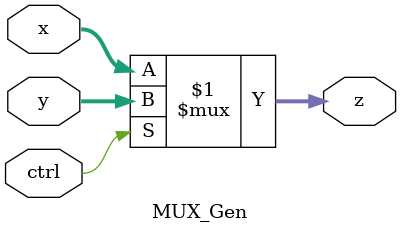
<source format=v>
module MUX_Gen 
#(parameter N = 32)
(
  input [N-1:0] x , y ,
  input ctrl ,
  output [N-1:0]z 
    );
    assign z = ctrl ? y : x ;
endmodule

</source>
